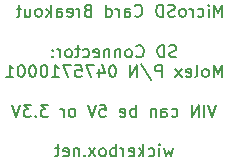
<source format=gbo>
%TF.GenerationSoftware,KiCad,Pcbnew,4.0.5-e0-6337~49~ubuntu16.04.1*%
%TF.CreationDate,2017-02-24T14:19:37-08:00*%
%TF.ProjectId,sd-micro-pushpull-0475710001-breakout,73642D6D6963726F2D7075736870756C,v1.0*%
%TF.FileFunction,Legend,Bot*%
%FSLAX46Y46*%
G04 Gerber Fmt 4.6, Leading zero omitted, Abs format (unit mm)*
G04 Created by KiCad (PCBNEW 4.0.5-e0-6337~49~ubuntu16.04.1) date Fri Feb 24 14:19:37 2017*
%MOMM*%
%LPD*%
G01*
G04 APERTURE LIST*
%ADD10C,0.350000*%
%ADD11C,0.152400*%
%ADD12R,2.184400X1.879600*%
%ADD13O,2.184400X1.879600*%
G04 APERTURE END LIST*
D10*
D11*
X140377332Y-98074238D02*
X140232189Y-98122619D01*
X139990285Y-98122619D01*
X139893523Y-98074238D01*
X139845142Y-98025857D01*
X139796761Y-97929095D01*
X139796761Y-97832333D01*
X139845142Y-97735571D01*
X139893523Y-97687190D01*
X139990285Y-97638810D01*
X140183808Y-97590429D01*
X140280570Y-97542048D01*
X140328951Y-97493667D01*
X140377332Y-97396905D01*
X140377332Y-97300143D01*
X140328951Y-97203381D01*
X140280570Y-97155000D01*
X140183808Y-97106619D01*
X139941904Y-97106619D01*
X139796761Y-97155000D01*
X139361332Y-98122619D02*
X139361332Y-97106619D01*
X139119427Y-97106619D01*
X138974285Y-97155000D01*
X138877523Y-97251762D01*
X138829142Y-97348524D01*
X138780761Y-97542048D01*
X138780761Y-97687190D01*
X138829142Y-97880714D01*
X138877523Y-97977476D01*
X138974285Y-98074238D01*
X139119427Y-98122619D01*
X139361332Y-98122619D01*
X136990666Y-98025857D02*
X137039047Y-98074238D01*
X137184190Y-98122619D01*
X137280952Y-98122619D01*
X137426094Y-98074238D01*
X137522856Y-97977476D01*
X137571237Y-97880714D01*
X137619618Y-97687190D01*
X137619618Y-97542048D01*
X137571237Y-97348524D01*
X137522856Y-97251762D01*
X137426094Y-97155000D01*
X137280952Y-97106619D01*
X137184190Y-97106619D01*
X137039047Y-97155000D01*
X136990666Y-97203381D01*
X136410094Y-98122619D02*
X136506856Y-98074238D01*
X136555237Y-98025857D01*
X136603618Y-97929095D01*
X136603618Y-97638810D01*
X136555237Y-97542048D01*
X136506856Y-97493667D01*
X136410094Y-97445286D01*
X136264952Y-97445286D01*
X136168190Y-97493667D01*
X136119809Y-97542048D01*
X136071428Y-97638810D01*
X136071428Y-97929095D01*
X136119809Y-98025857D01*
X136168190Y-98074238D01*
X136264952Y-98122619D01*
X136410094Y-98122619D01*
X135635999Y-97445286D02*
X135635999Y-98122619D01*
X135635999Y-97542048D02*
X135587618Y-97493667D01*
X135490856Y-97445286D01*
X135345714Y-97445286D01*
X135248952Y-97493667D01*
X135200571Y-97590429D01*
X135200571Y-98122619D01*
X134716761Y-97445286D02*
X134716761Y-98122619D01*
X134716761Y-97542048D02*
X134668380Y-97493667D01*
X134571618Y-97445286D01*
X134426476Y-97445286D01*
X134329714Y-97493667D01*
X134281333Y-97590429D01*
X134281333Y-98122619D01*
X133410476Y-98074238D02*
X133507238Y-98122619D01*
X133700761Y-98122619D01*
X133797523Y-98074238D01*
X133845904Y-97977476D01*
X133845904Y-97590429D01*
X133797523Y-97493667D01*
X133700761Y-97445286D01*
X133507238Y-97445286D01*
X133410476Y-97493667D01*
X133362095Y-97590429D01*
X133362095Y-97687190D01*
X133845904Y-97783952D01*
X132491238Y-98074238D02*
X132588000Y-98122619D01*
X132781523Y-98122619D01*
X132878285Y-98074238D01*
X132926666Y-98025857D01*
X132975047Y-97929095D01*
X132975047Y-97638810D01*
X132926666Y-97542048D01*
X132878285Y-97493667D01*
X132781523Y-97445286D01*
X132588000Y-97445286D01*
X132491238Y-97493667D01*
X132200952Y-97445286D02*
X131813904Y-97445286D01*
X132055809Y-97106619D02*
X132055809Y-97977476D01*
X132007428Y-98074238D01*
X131910666Y-98122619D01*
X131813904Y-98122619D01*
X131330095Y-98122619D02*
X131426857Y-98074238D01*
X131475238Y-98025857D01*
X131523619Y-97929095D01*
X131523619Y-97638810D01*
X131475238Y-97542048D01*
X131426857Y-97493667D01*
X131330095Y-97445286D01*
X131184953Y-97445286D01*
X131088191Y-97493667D01*
X131039810Y-97542048D01*
X130991429Y-97638810D01*
X130991429Y-97929095D01*
X131039810Y-98025857D01*
X131088191Y-98074238D01*
X131184953Y-98122619D01*
X131330095Y-98122619D01*
X130556000Y-98122619D02*
X130556000Y-97445286D01*
X130556000Y-97638810D02*
X130507619Y-97542048D01*
X130459238Y-97493667D01*
X130362476Y-97445286D01*
X130265715Y-97445286D01*
X129927048Y-98025857D02*
X129878667Y-98074238D01*
X129927048Y-98122619D01*
X129975429Y-98074238D01*
X129927048Y-98025857D01*
X129927048Y-98122619D01*
X129927048Y-97493667D02*
X129878667Y-97542048D01*
X129927048Y-97590429D01*
X129975429Y-97542048D01*
X129927048Y-97493667D01*
X129927048Y-97590429D01*
X144223618Y-99799019D02*
X144223618Y-98783019D01*
X143884952Y-99508733D01*
X143546285Y-98783019D01*
X143546285Y-99799019D01*
X142917332Y-99799019D02*
X143014094Y-99750638D01*
X143062475Y-99702257D01*
X143110856Y-99605495D01*
X143110856Y-99315210D01*
X143062475Y-99218448D01*
X143014094Y-99170067D01*
X142917332Y-99121686D01*
X142772190Y-99121686D01*
X142675428Y-99170067D01*
X142627047Y-99218448D01*
X142578666Y-99315210D01*
X142578666Y-99605495D01*
X142627047Y-99702257D01*
X142675428Y-99750638D01*
X142772190Y-99799019D01*
X142917332Y-99799019D01*
X141998094Y-99799019D02*
X142094856Y-99750638D01*
X142143237Y-99653876D01*
X142143237Y-98783019D01*
X141224000Y-99750638D02*
X141320762Y-99799019D01*
X141514285Y-99799019D01*
X141611047Y-99750638D01*
X141659428Y-99653876D01*
X141659428Y-99266829D01*
X141611047Y-99170067D01*
X141514285Y-99121686D01*
X141320762Y-99121686D01*
X141224000Y-99170067D01*
X141175619Y-99266829D01*
X141175619Y-99363590D01*
X141659428Y-99460352D01*
X140836952Y-99799019D02*
X140304762Y-99121686D01*
X140836952Y-99121686D02*
X140304762Y-99799019D01*
X139143619Y-99799019D02*
X139143619Y-98783019D01*
X138756572Y-98783019D01*
X138659810Y-98831400D01*
X138611429Y-98879781D01*
X138563048Y-98976543D01*
X138563048Y-99121686D01*
X138611429Y-99218448D01*
X138659810Y-99266829D01*
X138756572Y-99315210D01*
X139143619Y-99315210D01*
X137401905Y-98734638D02*
X138272762Y-100040924D01*
X137063238Y-99799019D02*
X137063238Y-98783019D01*
X136482667Y-99799019D01*
X136482667Y-98783019D01*
X135031238Y-98783019D02*
X134934477Y-98783019D01*
X134837715Y-98831400D01*
X134789334Y-98879781D01*
X134740953Y-98976543D01*
X134692572Y-99170067D01*
X134692572Y-99411971D01*
X134740953Y-99605495D01*
X134789334Y-99702257D01*
X134837715Y-99750638D01*
X134934477Y-99799019D01*
X135031238Y-99799019D01*
X135128000Y-99750638D01*
X135176381Y-99702257D01*
X135224762Y-99605495D01*
X135273143Y-99411971D01*
X135273143Y-99170067D01*
X135224762Y-98976543D01*
X135176381Y-98879781D01*
X135128000Y-98831400D01*
X135031238Y-98783019D01*
X133821715Y-99121686D02*
X133821715Y-99799019D01*
X134063619Y-98734638D02*
X134305524Y-99460352D01*
X133676572Y-99460352D01*
X133386286Y-98783019D02*
X132708953Y-98783019D01*
X133144381Y-99799019D01*
X131838096Y-98783019D02*
X132321905Y-98783019D01*
X132370286Y-99266829D01*
X132321905Y-99218448D01*
X132225143Y-99170067D01*
X131983239Y-99170067D01*
X131886477Y-99218448D01*
X131838096Y-99266829D01*
X131789715Y-99363590D01*
X131789715Y-99605495D01*
X131838096Y-99702257D01*
X131886477Y-99750638D01*
X131983239Y-99799019D01*
X132225143Y-99799019D01*
X132321905Y-99750638D01*
X132370286Y-99702257D01*
X131451048Y-98783019D02*
X130773715Y-98783019D01*
X131209143Y-99799019D01*
X129854477Y-99799019D02*
X130435048Y-99799019D01*
X130144762Y-99799019D02*
X130144762Y-98783019D01*
X130241524Y-98928162D01*
X130338286Y-99024924D01*
X130435048Y-99073305D01*
X129225524Y-98783019D02*
X129128763Y-98783019D01*
X129032001Y-98831400D01*
X128983620Y-98879781D01*
X128935239Y-98976543D01*
X128886858Y-99170067D01*
X128886858Y-99411971D01*
X128935239Y-99605495D01*
X128983620Y-99702257D01*
X129032001Y-99750638D01*
X129128763Y-99799019D01*
X129225524Y-99799019D01*
X129322286Y-99750638D01*
X129370667Y-99702257D01*
X129419048Y-99605495D01*
X129467429Y-99411971D01*
X129467429Y-99170067D01*
X129419048Y-98976543D01*
X129370667Y-98879781D01*
X129322286Y-98831400D01*
X129225524Y-98783019D01*
X128257905Y-98783019D02*
X128161144Y-98783019D01*
X128064382Y-98831400D01*
X128016001Y-98879781D01*
X127967620Y-98976543D01*
X127919239Y-99170067D01*
X127919239Y-99411971D01*
X127967620Y-99605495D01*
X128016001Y-99702257D01*
X128064382Y-99750638D01*
X128161144Y-99799019D01*
X128257905Y-99799019D01*
X128354667Y-99750638D01*
X128403048Y-99702257D01*
X128451429Y-99605495D01*
X128499810Y-99411971D01*
X128499810Y-99170067D01*
X128451429Y-98976543D01*
X128403048Y-98879781D01*
X128354667Y-98831400D01*
X128257905Y-98783019D01*
X127290286Y-98783019D02*
X127193525Y-98783019D01*
X127096763Y-98831400D01*
X127048382Y-98879781D01*
X127000001Y-98976543D01*
X126951620Y-99170067D01*
X126951620Y-99411971D01*
X127000001Y-99605495D01*
X127048382Y-99702257D01*
X127096763Y-99750638D01*
X127193525Y-99799019D01*
X127290286Y-99799019D01*
X127387048Y-99750638D01*
X127435429Y-99702257D01*
X127483810Y-99605495D01*
X127532191Y-99411971D01*
X127532191Y-99170067D01*
X127483810Y-98976543D01*
X127435429Y-98879781D01*
X127387048Y-98831400D01*
X127290286Y-98783019D01*
X125984001Y-99799019D02*
X126564572Y-99799019D01*
X126274286Y-99799019D02*
X126274286Y-98783019D01*
X126371048Y-98928162D01*
X126467810Y-99024924D01*
X126564572Y-99073305D01*
X143763999Y-102135819D02*
X143425332Y-103151819D01*
X143086666Y-102135819D01*
X142747999Y-103151819D02*
X142747999Y-102135819D01*
X142264189Y-103151819D02*
X142264189Y-102135819D01*
X141683618Y-103151819D01*
X141683618Y-102135819D01*
X139990285Y-103103438D02*
X140087047Y-103151819D01*
X140280570Y-103151819D01*
X140377332Y-103103438D01*
X140425713Y-103055057D01*
X140474094Y-102958295D01*
X140474094Y-102668010D01*
X140425713Y-102571248D01*
X140377332Y-102522867D01*
X140280570Y-102474486D01*
X140087047Y-102474486D01*
X139990285Y-102522867D01*
X139119428Y-103151819D02*
X139119428Y-102619629D01*
X139167809Y-102522867D01*
X139264571Y-102474486D01*
X139458094Y-102474486D01*
X139554856Y-102522867D01*
X139119428Y-103103438D02*
X139216190Y-103151819D01*
X139458094Y-103151819D01*
X139554856Y-103103438D01*
X139603237Y-103006676D01*
X139603237Y-102909914D01*
X139554856Y-102813152D01*
X139458094Y-102764771D01*
X139216190Y-102764771D01*
X139119428Y-102716390D01*
X138635618Y-102474486D02*
X138635618Y-103151819D01*
X138635618Y-102571248D02*
X138587237Y-102522867D01*
X138490475Y-102474486D01*
X138345333Y-102474486D01*
X138248571Y-102522867D01*
X138200190Y-102619629D01*
X138200190Y-103151819D01*
X136942285Y-103151819D02*
X136942285Y-102135819D01*
X136942285Y-102522867D02*
X136845523Y-102474486D01*
X136652000Y-102474486D01*
X136555238Y-102522867D01*
X136506857Y-102571248D01*
X136458476Y-102668010D01*
X136458476Y-102958295D01*
X136506857Y-103055057D01*
X136555238Y-103103438D01*
X136652000Y-103151819D01*
X136845523Y-103151819D01*
X136942285Y-103103438D01*
X135636000Y-103103438D02*
X135732762Y-103151819D01*
X135926285Y-103151819D01*
X136023047Y-103103438D01*
X136071428Y-103006676D01*
X136071428Y-102619629D01*
X136023047Y-102522867D01*
X135926285Y-102474486D01*
X135732762Y-102474486D01*
X135636000Y-102522867D01*
X135587619Y-102619629D01*
X135587619Y-102716390D01*
X136071428Y-102813152D01*
X133894286Y-102135819D02*
X134378095Y-102135819D01*
X134426476Y-102619629D01*
X134378095Y-102571248D01*
X134281333Y-102522867D01*
X134039429Y-102522867D01*
X133942667Y-102571248D01*
X133894286Y-102619629D01*
X133845905Y-102716390D01*
X133845905Y-102958295D01*
X133894286Y-103055057D01*
X133942667Y-103103438D01*
X134039429Y-103151819D01*
X134281333Y-103151819D01*
X134378095Y-103103438D01*
X134426476Y-103055057D01*
X133555619Y-102135819D02*
X133216952Y-103151819D01*
X132878286Y-102135819D01*
X131620381Y-103151819D02*
X131717143Y-103103438D01*
X131765524Y-103055057D01*
X131813905Y-102958295D01*
X131813905Y-102668010D01*
X131765524Y-102571248D01*
X131717143Y-102522867D01*
X131620381Y-102474486D01*
X131475239Y-102474486D01*
X131378477Y-102522867D01*
X131330096Y-102571248D01*
X131281715Y-102668010D01*
X131281715Y-102958295D01*
X131330096Y-103055057D01*
X131378477Y-103103438D01*
X131475239Y-103151819D01*
X131620381Y-103151819D01*
X130846286Y-103151819D02*
X130846286Y-102474486D01*
X130846286Y-102668010D02*
X130797905Y-102571248D01*
X130749524Y-102522867D01*
X130652762Y-102474486D01*
X130556001Y-102474486D01*
X129540001Y-102135819D02*
X128911049Y-102135819D01*
X129249715Y-102522867D01*
X129104573Y-102522867D01*
X129007811Y-102571248D01*
X128959430Y-102619629D01*
X128911049Y-102716390D01*
X128911049Y-102958295D01*
X128959430Y-103055057D01*
X129007811Y-103103438D01*
X129104573Y-103151819D01*
X129394858Y-103151819D01*
X129491620Y-103103438D01*
X129540001Y-103055057D01*
X128475620Y-103055057D02*
X128427239Y-103103438D01*
X128475620Y-103151819D01*
X128524001Y-103103438D01*
X128475620Y-103055057D01*
X128475620Y-103151819D01*
X128088572Y-102135819D02*
X127459620Y-102135819D01*
X127798286Y-102522867D01*
X127653144Y-102522867D01*
X127556382Y-102571248D01*
X127508001Y-102619629D01*
X127459620Y-102716390D01*
X127459620Y-102958295D01*
X127508001Y-103055057D01*
X127556382Y-103103438D01*
X127653144Y-103151819D01*
X127943429Y-103151819D01*
X128040191Y-103103438D01*
X128088572Y-103055057D01*
X127169334Y-102135819D02*
X126830667Y-103151819D01*
X126492001Y-102135819D01*
X140111237Y-105827286D02*
X139917713Y-106504619D01*
X139724190Y-106020810D01*
X139530666Y-106504619D01*
X139337142Y-105827286D01*
X138950094Y-106504619D02*
X138950094Y-105827286D01*
X138950094Y-105488619D02*
X138998475Y-105537000D01*
X138950094Y-105585381D01*
X138901713Y-105537000D01*
X138950094Y-105488619D01*
X138950094Y-105585381D01*
X138030856Y-106456238D02*
X138127618Y-106504619D01*
X138321141Y-106504619D01*
X138417903Y-106456238D01*
X138466284Y-106407857D01*
X138514665Y-106311095D01*
X138514665Y-106020810D01*
X138466284Y-105924048D01*
X138417903Y-105875667D01*
X138321141Y-105827286D01*
X138127618Y-105827286D01*
X138030856Y-105875667D01*
X137595427Y-106504619D02*
X137595427Y-105488619D01*
X137498665Y-106117571D02*
X137208380Y-106504619D01*
X137208380Y-105827286D02*
X137595427Y-106214333D01*
X136385904Y-106456238D02*
X136482666Y-106504619D01*
X136676189Y-106504619D01*
X136772951Y-106456238D01*
X136821332Y-106359476D01*
X136821332Y-105972429D01*
X136772951Y-105875667D01*
X136676189Y-105827286D01*
X136482666Y-105827286D01*
X136385904Y-105875667D01*
X136337523Y-105972429D01*
X136337523Y-106069190D01*
X136821332Y-106165952D01*
X135902094Y-106504619D02*
X135902094Y-105827286D01*
X135902094Y-106020810D02*
X135853713Y-105924048D01*
X135805332Y-105875667D01*
X135708570Y-105827286D01*
X135611809Y-105827286D01*
X135273142Y-106504619D02*
X135273142Y-105488619D01*
X135273142Y-105875667D02*
X135176380Y-105827286D01*
X134982857Y-105827286D01*
X134886095Y-105875667D01*
X134837714Y-105924048D01*
X134789333Y-106020810D01*
X134789333Y-106311095D01*
X134837714Y-106407857D01*
X134886095Y-106456238D01*
X134982857Y-106504619D01*
X135176380Y-106504619D01*
X135273142Y-106456238D01*
X134208761Y-106504619D02*
X134305523Y-106456238D01*
X134353904Y-106407857D01*
X134402285Y-106311095D01*
X134402285Y-106020810D01*
X134353904Y-105924048D01*
X134305523Y-105875667D01*
X134208761Y-105827286D01*
X134063619Y-105827286D01*
X133966857Y-105875667D01*
X133918476Y-105924048D01*
X133870095Y-106020810D01*
X133870095Y-106311095D01*
X133918476Y-106407857D01*
X133966857Y-106456238D01*
X134063619Y-106504619D01*
X134208761Y-106504619D01*
X133531428Y-106504619D02*
X132999238Y-105827286D01*
X133531428Y-105827286D02*
X132999238Y-106504619D01*
X132612190Y-106407857D02*
X132563809Y-106456238D01*
X132612190Y-106504619D01*
X132660571Y-106456238D01*
X132612190Y-106407857D01*
X132612190Y-106504619D01*
X132128380Y-105827286D02*
X132128380Y-106504619D01*
X132128380Y-105924048D02*
X132079999Y-105875667D01*
X131983237Y-105827286D01*
X131838095Y-105827286D01*
X131741333Y-105875667D01*
X131692952Y-105972429D01*
X131692952Y-106504619D01*
X130822095Y-106456238D02*
X130918857Y-106504619D01*
X131112380Y-106504619D01*
X131209142Y-106456238D01*
X131257523Y-106359476D01*
X131257523Y-105972429D01*
X131209142Y-105875667D01*
X131112380Y-105827286D01*
X130918857Y-105827286D01*
X130822095Y-105875667D01*
X130773714Y-105972429D01*
X130773714Y-106069190D01*
X131257523Y-106165952D01*
X130483428Y-105827286D02*
X130096380Y-105827286D01*
X130338285Y-105488619D02*
X130338285Y-106359476D01*
X130289904Y-106456238D01*
X130193142Y-106504619D01*
X130096380Y-106504619D01*
X144271998Y-94693619D02*
X144271998Y-93677619D01*
X143933332Y-94403333D01*
X143594665Y-93677619D01*
X143594665Y-94693619D01*
X143110855Y-94693619D02*
X143110855Y-94016286D01*
X143110855Y-93677619D02*
X143159236Y-93726000D01*
X143110855Y-93774381D01*
X143062474Y-93726000D01*
X143110855Y-93677619D01*
X143110855Y-93774381D01*
X142191617Y-94645238D02*
X142288379Y-94693619D01*
X142481902Y-94693619D01*
X142578664Y-94645238D01*
X142627045Y-94596857D01*
X142675426Y-94500095D01*
X142675426Y-94209810D01*
X142627045Y-94113048D01*
X142578664Y-94064667D01*
X142481902Y-94016286D01*
X142288379Y-94016286D01*
X142191617Y-94064667D01*
X141756188Y-94693619D02*
X141756188Y-94016286D01*
X141756188Y-94209810D02*
X141707807Y-94113048D01*
X141659426Y-94064667D01*
X141562664Y-94016286D01*
X141465903Y-94016286D01*
X140982093Y-94693619D02*
X141078855Y-94645238D01*
X141127236Y-94596857D01*
X141175617Y-94500095D01*
X141175617Y-94209810D01*
X141127236Y-94113048D01*
X141078855Y-94064667D01*
X140982093Y-94016286D01*
X140836951Y-94016286D01*
X140740189Y-94064667D01*
X140691808Y-94113048D01*
X140643427Y-94209810D01*
X140643427Y-94500095D01*
X140691808Y-94596857D01*
X140740189Y-94645238D01*
X140836951Y-94693619D01*
X140982093Y-94693619D01*
X140256379Y-94645238D02*
X140111236Y-94693619D01*
X139869332Y-94693619D01*
X139772570Y-94645238D01*
X139724189Y-94596857D01*
X139675808Y-94500095D01*
X139675808Y-94403333D01*
X139724189Y-94306571D01*
X139772570Y-94258190D01*
X139869332Y-94209810D01*
X140062855Y-94161429D01*
X140159617Y-94113048D01*
X140207998Y-94064667D01*
X140256379Y-93967905D01*
X140256379Y-93871143D01*
X140207998Y-93774381D01*
X140159617Y-93726000D01*
X140062855Y-93677619D01*
X139820951Y-93677619D01*
X139675808Y-93726000D01*
X139240379Y-94693619D02*
X139240379Y-93677619D01*
X138998474Y-93677619D01*
X138853332Y-93726000D01*
X138756570Y-93822762D01*
X138708189Y-93919524D01*
X138659808Y-94113048D01*
X138659808Y-94258190D01*
X138708189Y-94451714D01*
X138756570Y-94548476D01*
X138853332Y-94645238D01*
X138998474Y-94693619D01*
X139240379Y-94693619D01*
X136869713Y-94596857D02*
X136918094Y-94645238D01*
X137063237Y-94693619D01*
X137159999Y-94693619D01*
X137305141Y-94645238D01*
X137401903Y-94548476D01*
X137450284Y-94451714D01*
X137498665Y-94258190D01*
X137498665Y-94113048D01*
X137450284Y-93919524D01*
X137401903Y-93822762D01*
X137305141Y-93726000D01*
X137159999Y-93677619D01*
X137063237Y-93677619D01*
X136918094Y-93726000D01*
X136869713Y-93774381D01*
X135998856Y-94693619D02*
X135998856Y-94161429D01*
X136047237Y-94064667D01*
X136143999Y-94016286D01*
X136337522Y-94016286D01*
X136434284Y-94064667D01*
X135998856Y-94645238D02*
X136095618Y-94693619D01*
X136337522Y-94693619D01*
X136434284Y-94645238D01*
X136482665Y-94548476D01*
X136482665Y-94451714D01*
X136434284Y-94354952D01*
X136337522Y-94306571D01*
X136095618Y-94306571D01*
X135998856Y-94258190D01*
X135515046Y-94693619D02*
X135515046Y-94016286D01*
X135515046Y-94209810D02*
X135466665Y-94113048D01*
X135418284Y-94064667D01*
X135321522Y-94016286D01*
X135224761Y-94016286D01*
X134450666Y-94693619D02*
X134450666Y-93677619D01*
X134450666Y-94645238D02*
X134547428Y-94693619D01*
X134740951Y-94693619D01*
X134837713Y-94645238D01*
X134886094Y-94596857D01*
X134934475Y-94500095D01*
X134934475Y-94209810D01*
X134886094Y-94113048D01*
X134837713Y-94064667D01*
X134740951Y-94016286D01*
X134547428Y-94016286D01*
X134450666Y-94064667D01*
X132854095Y-94161429D02*
X132708952Y-94209810D01*
X132660571Y-94258190D01*
X132612190Y-94354952D01*
X132612190Y-94500095D01*
X132660571Y-94596857D01*
X132708952Y-94645238D01*
X132805714Y-94693619D01*
X133192761Y-94693619D01*
X133192761Y-93677619D01*
X132854095Y-93677619D01*
X132757333Y-93726000D01*
X132708952Y-93774381D01*
X132660571Y-93871143D01*
X132660571Y-93967905D01*
X132708952Y-94064667D01*
X132757333Y-94113048D01*
X132854095Y-94161429D01*
X133192761Y-94161429D01*
X132176761Y-94693619D02*
X132176761Y-94016286D01*
X132176761Y-94209810D02*
X132128380Y-94113048D01*
X132079999Y-94064667D01*
X131983237Y-94016286D01*
X131886476Y-94016286D01*
X131160762Y-94645238D02*
X131257524Y-94693619D01*
X131451047Y-94693619D01*
X131547809Y-94645238D01*
X131596190Y-94548476D01*
X131596190Y-94161429D01*
X131547809Y-94064667D01*
X131451047Y-94016286D01*
X131257524Y-94016286D01*
X131160762Y-94064667D01*
X131112381Y-94161429D01*
X131112381Y-94258190D01*
X131596190Y-94354952D01*
X130241524Y-94693619D02*
X130241524Y-94161429D01*
X130289905Y-94064667D01*
X130386667Y-94016286D01*
X130580190Y-94016286D01*
X130676952Y-94064667D01*
X130241524Y-94645238D02*
X130338286Y-94693619D01*
X130580190Y-94693619D01*
X130676952Y-94645238D01*
X130725333Y-94548476D01*
X130725333Y-94451714D01*
X130676952Y-94354952D01*
X130580190Y-94306571D01*
X130338286Y-94306571D01*
X130241524Y-94258190D01*
X129757714Y-94693619D02*
X129757714Y-93677619D01*
X129660952Y-94306571D02*
X129370667Y-94693619D01*
X129370667Y-94016286D02*
X129757714Y-94403333D01*
X128790095Y-94693619D02*
X128886857Y-94645238D01*
X128935238Y-94596857D01*
X128983619Y-94500095D01*
X128983619Y-94209810D01*
X128935238Y-94113048D01*
X128886857Y-94064667D01*
X128790095Y-94016286D01*
X128644953Y-94016286D01*
X128548191Y-94064667D01*
X128499810Y-94113048D01*
X128451429Y-94209810D01*
X128451429Y-94500095D01*
X128499810Y-94596857D01*
X128548191Y-94645238D01*
X128644953Y-94693619D01*
X128790095Y-94693619D01*
X127580572Y-94016286D02*
X127580572Y-94693619D01*
X128016000Y-94016286D02*
X128016000Y-94548476D01*
X127967619Y-94645238D01*
X127870857Y-94693619D01*
X127725715Y-94693619D01*
X127628953Y-94645238D01*
X127580572Y-94596857D01*
X127241905Y-94016286D02*
X126854857Y-94016286D01*
X127096762Y-93677619D02*
X127096762Y-94548476D01*
X127048381Y-94645238D01*
X126951619Y-94693619D01*
X126854857Y-94693619D01*
%LPC*%
D12*
X123698000Y-106680000D03*
D13*
X123698000Y-104140000D03*
X123698000Y-101600000D03*
X123698000Y-99060000D03*
X123698000Y-96520000D03*
X123698000Y-93980000D03*
M02*

</source>
